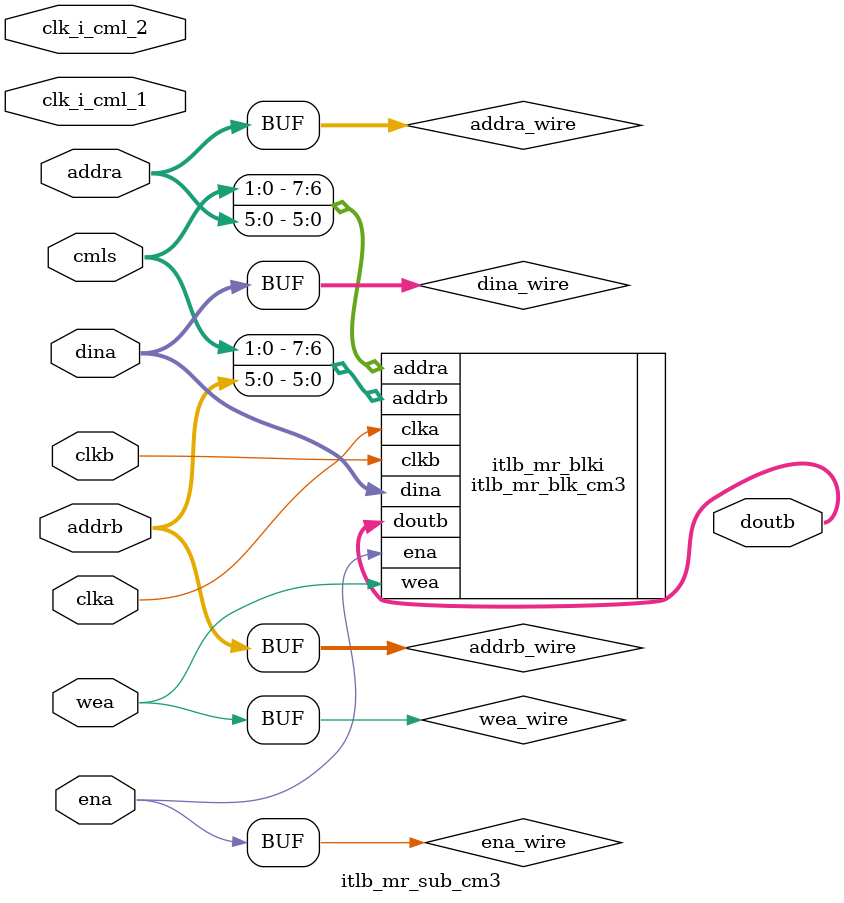
<source format=v>
/*******************************************************************************
*     This file is owned and controlled by Xilinx and must be used             *
*     solely for design, simulation, implementation and creation of            *
*     design files limited to Xilinx devices or technologies. Use              *
*     with non-Xilinx devices or technologies is expressly prohibited          *
*     and immediately terminates your license.                                 *
*                                                                              *
*     XILINX IS PROVIDING THIS DESIGN, CODE, OR INFORMATION "AS IS"            *
*     SOLELY FOR USE IN DEVELOPING PROGRAMS AND SOLUTIONS FOR                  *
*     XILINX DEVICES.  BY PROVIDING THIS DESIGN, CODE, OR INFORMATION          *
*     AS ONE POSSIBLE IMPLEMENTATION OF THIS FEATURE, APPLICATION              *
*     OR STANDARD, XILINX IS MAKING NO REPRESENTATION THAT THIS                *
*     IMPLEMENTATION IS FREE FROM ANY CLAIMS OF INFRINGEMENT,                  *
*     AND YOU ARE RESPONSIBLE FOR OBTAINING ANY RIGHTS YOU MAY REQUIRE         *
*     FOR YOUR IMPLEMENTATION.  XILINX EXPRESSLY DISCLAIMS ANY                 *
*     WARRANTY WHATSOEVER WITH RESPECT TO THE ADEQUACY OF THE                  *
*     IMPLEMENTATION, INCLUDING BUT NOT LIMITED TO ANY WARRANTIES OR           *
*     REPRESENTATIONS THAT THIS IMPLEMENTATION IS FREE FROM CLAIMS OF          *
*     INFRINGEMENT, IMPLIED WARRANTIES OF MERCHANTABILITY AND FITNESS          *
*     FOR A PARTICULAR PURPOSE.                                                *
*                                                                              *
*     Xilinx products are not intended for use in life support                 *
*     appliances, devices, or systems. Use in such applications are            *
*     expressly prohibited.                                                    *
*                                                                              *
*     (c) Copyright 1995-2009 Xilinx, Inc.                                     *
*     All rights reserved.                                                     *
*******************************************************************************/
// The synthesis directives "translate_off/translate_on" specified below are
// supported by Xilinx, Mentor Graphics and Synplicity synthesis
// tools. Ensure they are correct for your synthesis tool(s).

// You must compile the wrapper file itlb_mr_blk.v when simulating
// the core, itlb_mr_blk. When compiling the wrapper file, be sure to
// reference the XilinxCoreLib Verilog simulation library. For detailed
// instructions, please refer to the "CORE Generator Help".

`timescale 1ns/1ps

module itlb_mr_sub_cm3(
		clk_i_cml_1,
		clk_i_cml_2,
		cmls,
		
	clka,
	ena,
	wea,
	addra,
	dina,
	clkb,
	addrb,
	doutb);


input clk_i_cml_1;
input clk_i_cml_2;
input [1:0] cmls;




input clka;
input ena;
input [0 : 0] wea;
input [5 : 0] addra;
input [13 : 0] dina;
input clkb;
input [5 : 0] addrb;
output [13 : 0] doutb;

wire ena_wire;
wire [0 : 0] wea_wire;
wire [5 : 0] addra_wire;
wire [13 : 0] dina_wire;
wire [5 : 0] addrb_wire;

assign ena_wire = ena;
assign wea_wire = wea;
assign addra_wire = addra;
assign dina_wire = dina;
assign addrb_wire = addrb;

itlb_mr_blk_cm3 itlb_mr_blki(
	.clka(clka),
	.ena(ena_wire),
	.wea(wea_wire),
	.addra({cmls, addra_wire}),
	.dina(dina_wire),
	.clkb(clkb),
	.addrb({cmls, addrb_wire}),
	.doutb(doutb));

endmodule



</source>
